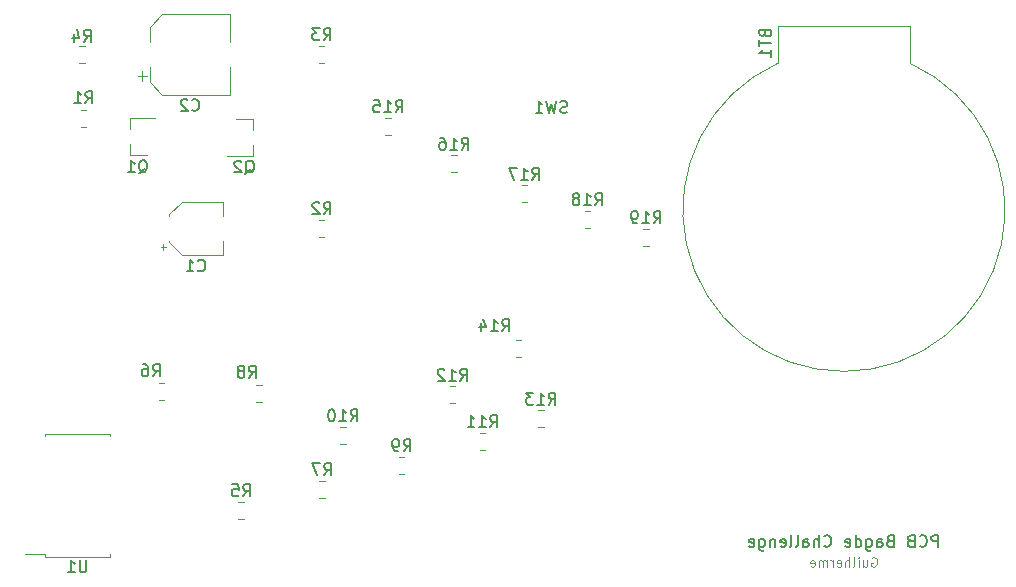
<source format=gbr>
%TF.GenerationSoftware,KiCad,Pcbnew,5.1.9-1.fc33*%
%TF.CreationDate,2021-01-27T11:43:12-03:00*%
%TF.ProjectId,santas_sequencer,73616e74-6173-45f7-9365-7175656e6365,rev?*%
%TF.SameCoordinates,Original*%
%TF.FileFunction,Legend,Bot*%
%TF.FilePolarity,Positive*%
%FSLAX46Y46*%
G04 Gerber Fmt 4.6, Leading zero omitted, Abs format (unit mm)*
G04 Created by KiCad (PCBNEW 5.1.9-1.fc33) date 2021-01-27 11:43:12*
%MOMM*%
%LPD*%
G01*
G04 APERTURE LIST*
%ADD10C,0.100000*%
%ADD11C,0.150000*%
%ADD12C,0.120000*%
G04 APERTURE END LIST*
D10*
X178380952Y-129350000D02*
X178457142Y-129311904D01*
X178571428Y-129311904D01*
X178685714Y-129350000D01*
X178761904Y-129426190D01*
X178800000Y-129502380D01*
X178838095Y-129654761D01*
X178838095Y-129769047D01*
X178800000Y-129921428D01*
X178761904Y-129997619D01*
X178685714Y-130073809D01*
X178571428Y-130111904D01*
X178495238Y-130111904D01*
X178380952Y-130073809D01*
X178342857Y-130035714D01*
X178342857Y-129769047D01*
X178495238Y-129769047D01*
X177657142Y-129578571D02*
X177657142Y-130111904D01*
X178000000Y-129578571D02*
X178000000Y-129997619D01*
X177961904Y-130073809D01*
X177885714Y-130111904D01*
X177771428Y-130111904D01*
X177695238Y-130073809D01*
X177657142Y-130035714D01*
X177276190Y-130111904D02*
X177276190Y-129578571D01*
X177276190Y-129311904D02*
X177314285Y-129350000D01*
X177276190Y-129388095D01*
X177238095Y-129350000D01*
X177276190Y-129311904D01*
X177276190Y-129388095D01*
X176780952Y-130111904D02*
X176857142Y-130073809D01*
X176895238Y-129997619D01*
X176895238Y-129311904D01*
X176476190Y-130111904D02*
X176476190Y-129311904D01*
X176133333Y-130111904D02*
X176133333Y-129692857D01*
X176171428Y-129616666D01*
X176247619Y-129578571D01*
X176361904Y-129578571D01*
X176438095Y-129616666D01*
X176476190Y-129654761D01*
X175447619Y-130073809D02*
X175523809Y-130111904D01*
X175676190Y-130111904D01*
X175752380Y-130073809D01*
X175790476Y-129997619D01*
X175790476Y-129692857D01*
X175752380Y-129616666D01*
X175676190Y-129578571D01*
X175523809Y-129578571D01*
X175447619Y-129616666D01*
X175409523Y-129692857D01*
X175409523Y-129769047D01*
X175790476Y-129845238D01*
X175066666Y-130111904D02*
X175066666Y-129578571D01*
X175066666Y-129730952D02*
X175028571Y-129654761D01*
X174990476Y-129616666D01*
X174914285Y-129578571D01*
X174838095Y-129578571D01*
X174571428Y-130111904D02*
X174571428Y-129578571D01*
X174571428Y-129654761D02*
X174533333Y-129616666D01*
X174457142Y-129578571D01*
X174342857Y-129578571D01*
X174266666Y-129616666D01*
X174228571Y-129692857D01*
X174228571Y-130111904D01*
X174228571Y-129692857D02*
X174190476Y-129616666D01*
X174114285Y-129578571D01*
X174000000Y-129578571D01*
X173923809Y-129616666D01*
X173885714Y-129692857D01*
X173885714Y-130111904D01*
X173200000Y-130073809D02*
X173276190Y-130111904D01*
X173428571Y-130111904D01*
X173504761Y-130073809D01*
X173542857Y-129997619D01*
X173542857Y-129692857D01*
X173504761Y-129616666D01*
X173428571Y-129578571D01*
X173276190Y-129578571D01*
X173200000Y-129616666D01*
X173161904Y-129692857D01*
X173161904Y-129769047D01*
X173542857Y-129845238D01*
D11*
X184000000Y-128452380D02*
X184000000Y-127452380D01*
X183619047Y-127452380D01*
X183523809Y-127500000D01*
X183476190Y-127547619D01*
X183428571Y-127642857D01*
X183428571Y-127785714D01*
X183476190Y-127880952D01*
X183523809Y-127928571D01*
X183619047Y-127976190D01*
X184000000Y-127976190D01*
X182428571Y-128357142D02*
X182476190Y-128404761D01*
X182619047Y-128452380D01*
X182714285Y-128452380D01*
X182857142Y-128404761D01*
X182952380Y-128309523D01*
X183000000Y-128214285D01*
X183047619Y-128023809D01*
X183047619Y-127880952D01*
X183000000Y-127690476D01*
X182952380Y-127595238D01*
X182857142Y-127500000D01*
X182714285Y-127452380D01*
X182619047Y-127452380D01*
X182476190Y-127500000D01*
X182428571Y-127547619D01*
X181666666Y-127928571D02*
X181523809Y-127976190D01*
X181476190Y-128023809D01*
X181428571Y-128119047D01*
X181428571Y-128261904D01*
X181476190Y-128357142D01*
X181523809Y-128404761D01*
X181619047Y-128452380D01*
X182000000Y-128452380D01*
X182000000Y-127452380D01*
X181666666Y-127452380D01*
X181571428Y-127500000D01*
X181523809Y-127547619D01*
X181476190Y-127642857D01*
X181476190Y-127738095D01*
X181523809Y-127833333D01*
X181571428Y-127880952D01*
X181666666Y-127928571D01*
X182000000Y-127928571D01*
X179904761Y-127928571D02*
X179761904Y-127976190D01*
X179714285Y-128023809D01*
X179666666Y-128119047D01*
X179666666Y-128261904D01*
X179714285Y-128357142D01*
X179761904Y-128404761D01*
X179857142Y-128452380D01*
X180238095Y-128452380D01*
X180238095Y-127452380D01*
X179904761Y-127452380D01*
X179809523Y-127500000D01*
X179761904Y-127547619D01*
X179714285Y-127642857D01*
X179714285Y-127738095D01*
X179761904Y-127833333D01*
X179809523Y-127880952D01*
X179904761Y-127928571D01*
X180238095Y-127928571D01*
X178809523Y-128452380D02*
X178809523Y-127928571D01*
X178857142Y-127833333D01*
X178952380Y-127785714D01*
X179142857Y-127785714D01*
X179238095Y-127833333D01*
X178809523Y-128404761D02*
X178904761Y-128452380D01*
X179142857Y-128452380D01*
X179238095Y-128404761D01*
X179285714Y-128309523D01*
X179285714Y-128214285D01*
X179238095Y-128119047D01*
X179142857Y-128071428D01*
X178904761Y-128071428D01*
X178809523Y-128023809D01*
X177904761Y-127785714D02*
X177904761Y-128595238D01*
X177952380Y-128690476D01*
X178000000Y-128738095D01*
X178095238Y-128785714D01*
X178238095Y-128785714D01*
X178333333Y-128738095D01*
X177904761Y-128404761D02*
X178000000Y-128452380D01*
X178190476Y-128452380D01*
X178285714Y-128404761D01*
X178333333Y-128357142D01*
X178380952Y-128261904D01*
X178380952Y-127976190D01*
X178333333Y-127880952D01*
X178285714Y-127833333D01*
X178190476Y-127785714D01*
X178000000Y-127785714D01*
X177904761Y-127833333D01*
X177000000Y-128452380D02*
X177000000Y-127452380D01*
X177000000Y-128404761D02*
X177095238Y-128452380D01*
X177285714Y-128452380D01*
X177380952Y-128404761D01*
X177428571Y-128357142D01*
X177476190Y-128261904D01*
X177476190Y-127976190D01*
X177428571Y-127880952D01*
X177380952Y-127833333D01*
X177285714Y-127785714D01*
X177095238Y-127785714D01*
X177000000Y-127833333D01*
X176142857Y-128404761D02*
X176238095Y-128452380D01*
X176428571Y-128452380D01*
X176523809Y-128404761D01*
X176571428Y-128309523D01*
X176571428Y-127928571D01*
X176523809Y-127833333D01*
X176428571Y-127785714D01*
X176238095Y-127785714D01*
X176142857Y-127833333D01*
X176095238Y-127928571D01*
X176095238Y-128023809D01*
X176571428Y-128119047D01*
X174333333Y-128357142D02*
X174380952Y-128404761D01*
X174523809Y-128452380D01*
X174619047Y-128452380D01*
X174761904Y-128404761D01*
X174857142Y-128309523D01*
X174904761Y-128214285D01*
X174952380Y-128023809D01*
X174952380Y-127880952D01*
X174904761Y-127690476D01*
X174857142Y-127595238D01*
X174761904Y-127500000D01*
X174619047Y-127452380D01*
X174523809Y-127452380D01*
X174380952Y-127500000D01*
X174333333Y-127547619D01*
X173904761Y-128452380D02*
X173904761Y-127452380D01*
X173476190Y-128452380D02*
X173476190Y-127928571D01*
X173523809Y-127833333D01*
X173619047Y-127785714D01*
X173761904Y-127785714D01*
X173857142Y-127833333D01*
X173904761Y-127880952D01*
X172571428Y-128452380D02*
X172571428Y-127928571D01*
X172619047Y-127833333D01*
X172714285Y-127785714D01*
X172904761Y-127785714D01*
X173000000Y-127833333D01*
X172571428Y-128404761D02*
X172666666Y-128452380D01*
X172904761Y-128452380D01*
X173000000Y-128404761D01*
X173047619Y-128309523D01*
X173047619Y-128214285D01*
X173000000Y-128119047D01*
X172904761Y-128071428D01*
X172666666Y-128071428D01*
X172571428Y-128023809D01*
X171952380Y-128452380D02*
X172047619Y-128404761D01*
X172095238Y-128309523D01*
X172095238Y-127452380D01*
X171428571Y-128452380D02*
X171523809Y-128404761D01*
X171571428Y-128309523D01*
X171571428Y-127452380D01*
X170666666Y-128404761D02*
X170761904Y-128452380D01*
X170952380Y-128452380D01*
X171047619Y-128404761D01*
X171095238Y-128309523D01*
X171095238Y-127928571D01*
X171047619Y-127833333D01*
X170952380Y-127785714D01*
X170761904Y-127785714D01*
X170666666Y-127833333D01*
X170619047Y-127928571D01*
X170619047Y-128023809D01*
X171095238Y-128119047D01*
X170190476Y-127785714D02*
X170190476Y-128452380D01*
X170190476Y-127880952D02*
X170142857Y-127833333D01*
X170047619Y-127785714D01*
X169904761Y-127785714D01*
X169809523Y-127833333D01*
X169761904Y-127928571D01*
X169761904Y-128452380D01*
X168857142Y-127785714D02*
X168857142Y-128595238D01*
X168904761Y-128690476D01*
X168952380Y-128738095D01*
X169047619Y-128785714D01*
X169190476Y-128785714D01*
X169285714Y-128738095D01*
X168857142Y-128404761D02*
X168952380Y-128452380D01*
X169142857Y-128452380D01*
X169238095Y-128404761D01*
X169285714Y-128357142D01*
X169333333Y-128261904D01*
X169333333Y-127976190D01*
X169285714Y-127880952D01*
X169238095Y-127833333D01*
X169142857Y-127785714D01*
X168952380Y-127785714D01*
X168857142Y-127833333D01*
X168000000Y-128404761D02*
X168095238Y-128452380D01*
X168285714Y-128452380D01*
X168380952Y-128404761D01*
X168428571Y-128309523D01*
X168428571Y-127928571D01*
X168380952Y-127833333D01*
X168285714Y-127785714D01*
X168095238Y-127785714D01*
X168000000Y-127833333D01*
X167952380Y-127928571D01*
X167952380Y-128023809D01*
X168428571Y-128119047D01*
D12*
X118408000Y-103283000D02*
X118408000Y-102783000D01*
X118158000Y-103033000D02*
X118658000Y-103033000D01*
X118898000Y-100277437D02*
X119962437Y-99213000D01*
X118898000Y-102668563D02*
X119962437Y-103733000D01*
X118898000Y-102668563D02*
X118898000Y-102533000D01*
X118898000Y-100277437D02*
X118898000Y-100413000D01*
X119962437Y-99213000D02*
X123418000Y-99213000D01*
X119962437Y-103733000D02*
X123418000Y-103733000D01*
X123418000Y-103733000D02*
X123418000Y-102533000D01*
X123418000Y-99213000D02*
X123418000Y-100413000D01*
X124060000Y-83331000D02*
X124060000Y-85681000D01*
X124060000Y-90151000D02*
X124060000Y-87801000D01*
X118304437Y-90151000D02*
X124060000Y-90151000D01*
X118304437Y-83331000D02*
X124060000Y-83331000D01*
X117240000Y-84395437D02*
X117240000Y-85681000D01*
X117240000Y-89086563D02*
X117240000Y-87801000D01*
X117240000Y-89086563D02*
X118304437Y-90151000D01*
X117240000Y-84395437D02*
X118304437Y-83331000D01*
X116212500Y-88588500D02*
X117000000Y-88588500D01*
X116606250Y-88982250D02*
X116606250Y-88194750D01*
X111421936Y-92937000D02*
X111876064Y-92937000D01*
X111421936Y-91467000D02*
X111876064Y-91467000D01*
X108365000Y-129084000D02*
X106675000Y-129084000D01*
X108365000Y-129289000D02*
X108365000Y-129084000D01*
X111125000Y-129289000D02*
X108365000Y-129289000D01*
X113885000Y-129289000D02*
X113885000Y-129084000D01*
X111125000Y-129289000D02*
X113885000Y-129289000D01*
X108365000Y-118869000D02*
X108365000Y-119074000D01*
X111125000Y-118869000D02*
X108365000Y-118869000D01*
X113885000Y-118869000D02*
X113885000Y-119074000D01*
X111125000Y-118869000D02*
X113885000Y-118869000D01*
X159501064Y-102970000D02*
X159046936Y-102970000D01*
X159501064Y-101500000D02*
X159046936Y-101500000D01*
X154548064Y-101446000D02*
X154093936Y-101446000D01*
X154548064Y-99976000D02*
X154093936Y-99976000D01*
X149198064Y-99287000D02*
X148743936Y-99287000D01*
X149198064Y-97817000D02*
X148743936Y-97817000D01*
X143229064Y-96747000D02*
X142774936Y-96747000D01*
X143229064Y-95277000D02*
X142774936Y-95277000D01*
X137641064Y-93572000D02*
X137186936Y-93572000D01*
X137641064Y-92102000D02*
X137186936Y-92102000D01*
X148706064Y-112368000D02*
X148251936Y-112368000D01*
X148706064Y-110898000D02*
X148251936Y-110898000D01*
X150595064Y-118337000D02*
X150140936Y-118337000D01*
X150595064Y-116867000D02*
X150140936Y-116867000D01*
X143118064Y-116305000D02*
X142663936Y-116305000D01*
X143118064Y-114835000D02*
X142663936Y-114835000D01*
X145642064Y-120242000D02*
X145187936Y-120242000D01*
X145642064Y-118772000D02*
X145187936Y-118772000D01*
X133831064Y-119734000D02*
X133376936Y-119734000D01*
X133831064Y-118264000D02*
X133376936Y-118264000D01*
X138800064Y-122274000D02*
X138345936Y-122274000D01*
X138800064Y-120804000D02*
X138345936Y-120804000D01*
X126735064Y-116178000D02*
X126280936Y-116178000D01*
X126735064Y-114708000D02*
X126280936Y-114708000D01*
X132069064Y-124306000D02*
X131614936Y-124306000D01*
X132069064Y-122836000D02*
X131614936Y-122836000D01*
X118464064Y-116051000D02*
X118009936Y-116051000D01*
X118464064Y-114581000D02*
X118009936Y-114581000D01*
X125211064Y-126084000D02*
X124756936Y-126084000D01*
X125211064Y-124614000D02*
X124756936Y-124614000D01*
X111278936Y-86006000D02*
X111733064Y-86006000D01*
X111278936Y-87476000D02*
X111733064Y-87476000D01*
X132037064Y-87476000D02*
X131582936Y-87476000D01*
X132037064Y-86006000D02*
X131582936Y-86006000D01*
X132037064Y-102208000D02*
X131582936Y-102208000D01*
X132037064Y-100738000D02*
X131582936Y-100738000D01*
X125982000Y-92207000D02*
X124522000Y-92207000D01*
X125982000Y-95367000D02*
X123822000Y-95367000D01*
X125982000Y-95367000D02*
X125982000Y-94437000D01*
X125982000Y-92207000D02*
X125982000Y-93137000D01*
X115572000Y-95306000D02*
X117032000Y-95306000D01*
X115572000Y-92146000D02*
X117732000Y-92146000D01*
X115572000Y-92146000D02*
X115572000Y-93076000D01*
X115572000Y-95306000D02*
X115572000Y-94376000D01*
X181632000Y-87509000D02*
X181632000Y-84334000D01*
X181632000Y-84334000D02*
X170412000Y-84334000D01*
X170412000Y-84334000D02*
X170412000Y-87509000D01*
X181632000Y-87509000D02*
G75*
G02*
X170412000Y-87509000I-5610000J-12435000D01*
G01*
D11*
X121324666Y-105030142D02*
X121372285Y-105077761D01*
X121515142Y-105125380D01*
X121610380Y-105125380D01*
X121753238Y-105077761D01*
X121848476Y-104982523D01*
X121896095Y-104887285D01*
X121943714Y-104696809D01*
X121943714Y-104553952D01*
X121896095Y-104363476D01*
X121848476Y-104268238D01*
X121753238Y-104173000D01*
X121610380Y-104125380D01*
X121515142Y-104125380D01*
X121372285Y-104173000D01*
X121324666Y-104220619D01*
X120372285Y-105125380D02*
X120943714Y-105125380D01*
X120658000Y-105125380D02*
X120658000Y-104125380D01*
X120753238Y-104268238D01*
X120848476Y-104363476D01*
X120943714Y-104411095D01*
X120816666Y-91448142D02*
X120864285Y-91495761D01*
X121007142Y-91543380D01*
X121102380Y-91543380D01*
X121245238Y-91495761D01*
X121340476Y-91400523D01*
X121388095Y-91305285D01*
X121435714Y-91114809D01*
X121435714Y-90971952D01*
X121388095Y-90781476D01*
X121340476Y-90686238D01*
X121245238Y-90591000D01*
X121102380Y-90543380D01*
X121007142Y-90543380D01*
X120864285Y-90591000D01*
X120816666Y-90638619D01*
X120435714Y-90638619D02*
X120388095Y-90591000D01*
X120292857Y-90543380D01*
X120054761Y-90543380D01*
X119959523Y-90591000D01*
X119911904Y-90638619D01*
X119864285Y-90733857D01*
X119864285Y-90829095D01*
X119911904Y-90971952D01*
X120483333Y-91543380D01*
X119864285Y-91543380D01*
X152583333Y-91654761D02*
X152440476Y-91702380D01*
X152202380Y-91702380D01*
X152107142Y-91654761D01*
X152059523Y-91607142D01*
X152011904Y-91511904D01*
X152011904Y-91416666D01*
X152059523Y-91321428D01*
X152107142Y-91273809D01*
X152202380Y-91226190D01*
X152392857Y-91178571D01*
X152488095Y-91130952D01*
X152535714Y-91083333D01*
X152583333Y-90988095D01*
X152583333Y-90892857D01*
X152535714Y-90797619D01*
X152488095Y-90750000D01*
X152392857Y-90702380D01*
X152154761Y-90702380D01*
X152011904Y-90750000D01*
X151678571Y-90702380D02*
X151440476Y-91702380D01*
X151250000Y-90988095D01*
X151059523Y-91702380D01*
X150821428Y-90702380D01*
X149916666Y-91702380D02*
X150488095Y-91702380D01*
X150202380Y-91702380D02*
X150202380Y-90702380D01*
X150297619Y-90845238D01*
X150392857Y-90940476D01*
X150488095Y-90988095D01*
X111799666Y-90876380D02*
X112133000Y-90400190D01*
X112371095Y-90876380D02*
X112371095Y-89876380D01*
X111990142Y-89876380D01*
X111894904Y-89924000D01*
X111847285Y-89971619D01*
X111799666Y-90066857D01*
X111799666Y-90209714D01*
X111847285Y-90304952D01*
X111894904Y-90352571D01*
X111990142Y-90400190D01*
X112371095Y-90400190D01*
X110847285Y-90876380D02*
X111418714Y-90876380D01*
X111133000Y-90876380D02*
X111133000Y-89876380D01*
X111228238Y-90019238D01*
X111323476Y-90114476D01*
X111418714Y-90162095D01*
X111886904Y-129581380D02*
X111886904Y-130390904D01*
X111839285Y-130486142D01*
X111791666Y-130533761D01*
X111696428Y-130581380D01*
X111505952Y-130581380D01*
X111410714Y-130533761D01*
X111363095Y-130486142D01*
X111315476Y-130390904D01*
X111315476Y-129581380D01*
X110315476Y-130581380D02*
X110886904Y-130581380D01*
X110601190Y-130581380D02*
X110601190Y-129581380D01*
X110696428Y-129724238D01*
X110791666Y-129819476D01*
X110886904Y-129867095D01*
X159916857Y-101037380D02*
X160250190Y-100561190D01*
X160488285Y-101037380D02*
X160488285Y-100037380D01*
X160107333Y-100037380D01*
X160012095Y-100085000D01*
X159964476Y-100132619D01*
X159916857Y-100227857D01*
X159916857Y-100370714D01*
X159964476Y-100465952D01*
X160012095Y-100513571D01*
X160107333Y-100561190D01*
X160488285Y-100561190D01*
X158964476Y-101037380D02*
X159535904Y-101037380D01*
X159250190Y-101037380D02*
X159250190Y-100037380D01*
X159345428Y-100180238D01*
X159440666Y-100275476D01*
X159535904Y-100323095D01*
X158488285Y-101037380D02*
X158297809Y-101037380D01*
X158202571Y-100989761D01*
X158154952Y-100942142D01*
X158059714Y-100799285D01*
X158012095Y-100608809D01*
X158012095Y-100227857D01*
X158059714Y-100132619D01*
X158107333Y-100085000D01*
X158202571Y-100037380D01*
X158393047Y-100037380D01*
X158488285Y-100085000D01*
X158535904Y-100132619D01*
X158583523Y-100227857D01*
X158583523Y-100465952D01*
X158535904Y-100561190D01*
X158488285Y-100608809D01*
X158393047Y-100656428D01*
X158202571Y-100656428D01*
X158107333Y-100608809D01*
X158059714Y-100561190D01*
X158012095Y-100465952D01*
X154963857Y-99513380D02*
X155297190Y-99037190D01*
X155535285Y-99513380D02*
X155535285Y-98513380D01*
X155154333Y-98513380D01*
X155059095Y-98561000D01*
X155011476Y-98608619D01*
X154963857Y-98703857D01*
X154963857Y-98846714D01*
X155011476Y-98941952D01*
X155059095Y-98989571D01*
X155154333Y-99037190D01*
X155535285Y-99037190D01*
X154011476Y-99513380D02*
X154582904Y-99513380D01*
X154297190Y-99513380D02*
X154297190Y-98513380D01*
X154392428Y-98656238D01*
X154487666Y-98751476D01*
X154582904Y-98799095D01*
X153440047Y-98941952D02*
X153535285Y-98894333D01*
X153582904Y-98846714D01*
X153630523Y-98751476D01*
X153630523Y-98703857D01*
X153582904Y-98608619D01*
X153535285Y-98561000D01*
X153440047Y-98513380D01*
X153249571Y-98513380D01*
X153154333Y-98561000D01*
X153106714Y-98608619D01*
X153059095Y-98703857D01*
X153059095Y-98751476D01*
X153106714Y-98846714D01*
X153154333Y-98894333D01*
X153249571Y-98941952D01*
X153440047Y-98941952D01*
X153535285Y-98989571D01*
X153582904Y-99037190D01*
X153630523Y-99132428D01*
X153630523Y-99322904D01*
X153582904Y-99418142D01*
X153535285Y-99465761D01*
X153440047Y-99513380D01*
X153249571Y-99513380D01*
X153154333Y-99465761D01*
X153106714Y-99418142D01*
X153059095Y-99322904D01*
X153059095Y-99132428D01*
X153106714Y-99037190D01*
X153154333Y-98989571D01*
X153249571Y-98941952D01*
X149613857Y-97354380D02*
X149947190Y-96878190D01*
X150185285Y-97354380D02*
X150185285Y-96354380D01*
X149804333Y-96354380D01*
X149709095Y-96402000D01*
X149661476Y-96449619D01*
X149613857Y-96544857D01*
X149613857Y-96687714D01*
X149661476Y-96782952D01*
X149709095Y-96830571D01*
X149804333Y-96878190D01*
X150185285Y-96878190D01*
X148661476Y-97354380D02*
X149232904Y-97354380D01*
X148947190Y-97354380D02*
X148947190Y-96354380D01*
X149042428Y-96497238D01*
X149137666Y-96592476D01*
X149232904Y-96640095D01*
X148328142Y-96354380D02*
X147661476Y-96354380D01*
X148090047Y-97354380D01*
X143644857Y-94814380D02*
X143978190Y-94338190D01*
X144216285Y-94814380D02*
X144216285Y-93814380D01*
X143835333Y-93814380D01*
X143740095Y-93862000D01*
X143692476Y-93909619D01*
X143644857Y-94004857D01*
X143644857Y-94147714D01*
X143692476Y-94242952D01*
X143740095Y-94290571D01*
X143835333Y-94338190D01*
X144216285Y-94338190D01*
X142692476Y-94814380D02*
X143263904Y-94814380D01*
X142978190Y-94814380D02*
X142978190Y-93814380D01*
X143073428Y-93957238D01*
X143168666Y-94052476D01*
X143263904Y-94100095D01*
X141835333Y-93814380D02*
X142025809Y-93814380D01*
X142121047Y-93862000D01*
X142168666Y-93909619D01*
X142263904Y-94052476D01*
X142311523Y-94242952D01*
X142311523Y-94623904D01*
X142263904Y-94719142D01*
X142216285Y-94766761D01*
X142121047Y-94814380D01*
X141930571Y-94814380D01*
X141835333Y-94766761D01*
X141787714Y-94719142D01*
X141740095Y-94623904D01*
X141740095Y-94385809D01*
X141787714Y-94290571D01*
X141835333Y-94242952D01*
X141930571Y-94195333D01*
X142121047Y-94195333D01*
X142216285Y-94242952D01*
X142263904Y-94290571D01*
X142311523Y-94385809D01*
X138056857Y-91639380D02*
X138390190Y-91163190D01*
X138628285Y-91639380D02*
X138628285Y-90639380D01*
X138247333Y-90639380D01*
X138152095Y-90687000D01*
X138104476Y-90734619D01*
X138056857Y-90829857D01*
X138056857Y-90972714D01*
X138104476Y-91067952D01*
X138152095Y-91115571D01*
X138247333Y-91163190D01*
X138628285Y-91163190D01*
X137104476Y-91639380D02*
X137675904Y-91639380D01*
X137390190Y-91639380D02*
X137390190Y-90639380D01*
X137485428Y-90782238D01*
X137580666Y-90877476D01*
X137675904Y-90925095D01*
X136199714Y-90639380D02*
X136675904Y-90639380D01*
X136723523Y-91115571D01*
X136675904Y-91067952D01*
X136580666Y-91020333D01*
X136342571Y-91020333D01*
X136247333Y-91067952D01*
X136199714Y-91115571D01*
X136152095Y-91210809D01*
X136152095Y-91448904D01*
X136199714Y-91544142D01*
X136247333Y-91591761D01*
X136342571Y-91639380D01*
X136580666Y-91639380D01*
X136675904Y-91591761D01*
X136723523Y-91544142D01*
X147073857Y-110180380D02*
X147407190Y-109704190D01*
X147645285Y-110180380D02*
X147645285Y-109180380D01*
X147264333Y-109180380D01*
X147169095Y-109228000D01*
X147121476Y-109275619D01*
X147073857Y-109370857D01*
X147073857Y-109513714D01*
X147121476Y-109608952D01*
X147169095Y-109656571D01*
X147264333Y-109704190D01*
X147645285Y-109704190D01*
X146121476Y-110180380D02*
X146692904Y-110180380D01*
X146407190Y-110180380D02*
X146407190Y-109180380D01*
X146502428Y-109323238D01*
X146597666Y-109418476D01*
X146692904Y-109466095D01*
X145264333Y-109513714D02*
X145264333Y-110180380D01*
X145502428Y-109132761D02*
X145740523Y-109847047D01*
X145121476Y-109847047D01*
X151010857Y-116404380D02*
X151344190Y-115928190D01*
X151582285Y-116404380D02*
X151582285Y-115404380D01*
X151201333Y-115404380D01*
X151106095Y-115452000D01*
X151058476Y-115499619D01*
X151010857Y-115594857D01*
X151010857Y-115737714D01*
X151058476Y-115832952D01*
X151106095Y-115880571D01*
X151201333Y-115928190D01*
X151582285Y-115928190D01*
X150058476Y-116404380D02*
X150629904Y-116404380D01*
X150344190Y-116404380D02*
X150344190Y-115404380D01*
X150439428Y-115547238D01*
X150534666Y-115642476D01*
X150629904Y-115690095D01*
X149725142Y-115404380D02*
X149106095Y-115404380D01*
X149439428Y-115785333D01*
X149296571Y-115785333D01*
X149201333Y-115832952D01*
X149153714Y-115880571D01*
X149106095Y-115975809D01*
X149106095Y-116213904D01*
X149153714Y-116309142D01*
X149201333Y-116356761D01*
X149296571Y-116404380D01*
X149582285Y-116404380D01*
X149677523Y-116356761D01*
X149725142Y-116309142D01*
X143533857Y-114372380D02*
X143867190Y-113896190D01*
X144105285Y-114372380D02*
X144105285Y-113372380D01*
X143724333Y-113372380D01*
X143629095Y-113420000D01*
X143581476Y-113467619D01*
X143533857Y-113562857D01*
X143533857Y-113705714D01*
X143581476Y-113800952D01*
X143629095Y-113848571D01*
X143724333Y-113896190D01*
X144105285Y-113896190D01*
X142581476Y-114372380D02*
X143152904Y-114372380D01*
X142867190Y-114372380D02*
X142867190Y-113372380D01*
X142962428Y-113515238D01*
X143057666Y-113610476D01*
X143152904Y-113658095D01*
X142200523Y-113467619D02*
X142152904Y-113420000D01*
X142057666Y-113372380D01*
X141819571Y-113372380D01*
X141724333Y-113420000D01*
X141676714Y-113467619D01*
X141629095Y-113562857D01*
X141629095Y-113658095D01*
X141676714Y-113800952D01*
X142248142Y-114372380D01*
X141629095Y-114372380D01*
X146057857Y-118309380D02*
X146391190Y-117833190D01*
X146629285Y-118309380D02*
X146629285Y-117309380D01*
X146248333Y-117309380D01*
X146153095Y-117357000D01*
X146105476Y-117404619D01*
X146057857Y-117499857D01*
X146057857Y-117642714D01*
X146105476Y-117737952D01*
X146153095Y-117785571D01*
X146248333Y-117833190D01*
X146629285Y-117833190D01*
X145105476Y-118309380D02*
X145676904Y-118309380D01*
X145391190Y-118309380D02*
X145391190Y-117309380D01*
X145486428Y-117452238D01*
X145581666Y-117547476D01*
X145676904Y-117595095D01*
X144153095Y-118309380D02*
X144724523Y-118309380D01*
X144438809Y-118309380D02*
X144438809Y-117309380D01*
X144534047Y-117452238D01*
X144629285Y-117547476D01*
X144724523Y-117595095D01*
X134246857Y-117801380D02*
X134580190Y-117325190D01*
X134818285Y-117801380D02*
X134818285Y-116801380D01*
X134437333Y-116801380D01*
X134342095Y-116849000D01*
X134294476Y-116896619D01*
X134246857Y-116991857D01*
X134246857Y-117134714D01*
X134294476Y-117229952D01*
X134342095Y-117277571D01*
X134437333Y-117325190D01*
X134818285Y-117325190D01*
X133294476Y-117801380D02*
X133865904Y-117801380D01*
X133580190Y-117801380D02*
X133580190Y-116801380D01*
X133675428Y-116944238D01*
X133770666Y-117039476D01*
X133865904Y-117087095D01*
X132675428Y-116801380D02*
X132580190Y-116801380D01*
X132484952Y-116849000D01*
X132437333Y-116896619D01*
X132389714Y-116991857D01*
X132342095Y-117182333D01*
X132342095Y-117420428D01*
X132389714Y-117610904D01*
X132437333Y-117706142D01*
X132484952Y-117753761D01*
X132580190Y-117801380D01*
X132675428Y-117801380D01*
X132770666Y-117753761D01*
X132818285Y-117706142D01*
X132865904Y-117610904D01*
X132913523Y-117420428D01*
X132913523Y-117182333D01*
X132865904Y-116991857D01*
X132818285Y-116896619D01*
X132770666Y-116849000D01*
X132675428Y-116801380D01*
X138739666Y-120341380D02*
X139073000Y-119865190D01*
X139311095Y-120341380D02*
X139311095Y-119341380D01*
X138930142Y-119341380D01*
X138834904Y-119389000D01*
X138787285Y-119436619D01*
X138739666Y-119531857D01*
X138739666Y-119674714D01*
X138787285Y-119769952D01*
X138834904Y-119817571D01*
X138930142Y-119865190D01*
X139311095Y-119865190D01*
X138263476Y-120341380D02*
X138073000Y-120341380D01*
X137977761Y-120293761D01*
X137930142Y-120246142D01*
X137834904Y-120103285D01*
X137787285Y-119912809D01*
X137787285Y-119531857D01*
X137834904Y-119436619D01*
X137882523Y-119389000D01*
X137977761Y-119341380D01*
X138168238Y-119341380D01*
X138263476Y-119389000D01*
X138311095Y-119436619D01*
X138358714Y-119531857D01*
X138358714Y-119769952D01*
X138311095Y-119865190D01*
X138263476Y-119912809D01*
X138168238Y-119960428D01*
X137977761Y-119960428D01*
X137882523Y-119912809D01*
X137834904Y-119865190D01*
X137787285Y-119769952D01*
X125642666Y-114117380D02*
X125976000Y-113641190D01*
X126214095Y-114117380D02*
X126214095Y-113117380D01*
X125833142Y-113117380D01*
X125737904Y-113165000D01*
X125690285Y-113212619D01*
X125642666Y-113307857D01*
X125642666Y-113450714D01*
X125690285Y-113545952D01*
X125737904Y-113593571D01*
X125833142Y-113641190D01*
X126214095Y-113641190D01*
X125071238Y-113545952D02*
X125166476Y-113498333D01*
X125214095Y-113450714D01*
X125261714Y-113355476D01*
X125261714Y-113307857D01*
X125214095Y-113212619D01*
X125166476Y-113165000D01*
X125071238Y-113117380D01*
X124880761Y-113117380D01*
X124785523Y-113165000D01*
X124737904Y-113212619D01*
X124690285Y-113307857D01*
X124690285Y-113355476D01*
X124737904Y-113450714D01*
X124785523Y-113498333D01*
X124880761Y-113545952D01*
X125071238Y-113545952D01*
X125166476Y-113593571D01*
X125214095Y-113641190D01*
X125261714Y-113736428D01*
X125261714Y-113926904D01*
X125214095Y-114022142D01*
X125166476Y-114069761D01*
X125071238Y-114117380D01*
X124880761Y-114117380D01*
X124785523Y-114069761D01*
X124737904Y-114022142D01*
X124690285Y-113926904D01*
X124690285Y-113736428D01*
X124737904Y-113641190D01*
X124785523Y-113593571D01*
X124880761Y-113545952D01*
X132008666Y-122373380D02*
X132342000Y-121897190D01*
X132580095Y-122373380D02*
X132580095Y-121373380D01*
X132199142Y-121373380D01*
X132103904Y-121421000D01*
X132056285Y-121468619D01*
X132008666Y-121563857D01*
X132008666Y-121706714D01*
X132056285Y-121801952D01*
X132103904Y-121849571D01*
X132199142Y-121897190D01*
X132580095Y-121897190D01*
X131675333Y-121373380D02*
X131008666Y-121373380D01*
X131437238Y-122373380D01*
X117514666Y-113990380D02*
X117848000Y-113514190D01*
X118086095Y-113990380D02*
X118086095Y-112990380D01*
X117705142Y-112990380D01*
X117609904Y-113038000D01*
X117562285Y-113085619D01*
X117514666Y-113180857D01*
X117514666Y-113323714D01*
X117562285Y-113418952D01*
X117609904Y-113466571D01*
X117705142Y-113514190D01*
X118086095Y-113514190D01*
X116657523Y-112990380D02*
X116848000Y-112990380D01*
X116943238Y-113038000D01*
X116990857Y-113085619D01*
X117086095Y-113228476D01*
X117133714Y-113418952D01*
X117133714Y-113799904D01*
X117086095Y-113895142D01*
X117038476Y-113942761D01*
X116943238Y-113990380D01*
X116752761Y-113990380D01*
X116657523Y-113942761D01*
X116609904Y-113895142D01*
X116562285Y-113799904D01*
X116562285Y-113561809D01*
X116609904Y-113466571D01*
X116657523Y-113418952D01*
X116752761Y-113371333D01*
X116943238Y-113371333D01*
X117038476Y-113418952D01*
X117086095Y-113466571D01*
X117133714Y-113561809D01*
X125150666Y-124151380D02*
X125484000Y-123675190D01*
X125722095Y-124151380D02*
X125722095Y-123151380D01*
X125341142Y-123151380D01*
X125245904Y-123199000D01*
X125198285Y-123246619D01*
X125150666Y-123341857D01*
X125150666Y-123484714D01*
X125198285Y-123579952D01*
X125245904Y-123627571D01*
X125341142Y-123675190D01*
X125722095Y-123675190D01*
X124245904Y-123151380D02*
X124722095Y-123151380D01*
X124769714Y-123627571D01*
X124722095Y-123579952D01*
X124626857Y-123532333D01*
X124388761Y-123532333D01*
X124293523Y-123579952D01*
X124245904Y-123627571D01*
X124198285Y-123722809D01*
X124198285Y-123960904D01*
X124245904Y-124056142D01*
X124293523Y-124103761D01*
X124388761Y-124151380D01*
X124626857Y-124151380D01*
X124722095Y-124103761D01*
X124769714Y-124056142D01*
X111672666Y-85669380D02*
X112006000Y-85193190D01*
X112244095Y-85669380D02*
X112244095Y-84669380D01*
X111863142Y-84669380D01*
X111767904Y-84717000D01*
X111720285Y-84764619D01*
X111672666Y-84859857D01*
X111672666Y-85002714D01*
X111720285Y-85097952D01*
X111767904Y-85145571D01*
X111863142Y-85193190D01*
X112244095Y-85193190D01*
X110815523Y-85002714D02*
X110815523Y-85669380D01*
X111053619Y-84621761D02*
X111291714Y-85336047D01*
X110672666Y-85336047D01*
X131976666Y-85543380D02*
X132310000Y-85067190D01*
X132548095Y-85543380D02*
X132548095Y-84543380D01*
X132167142Y-84543380D01*
X132071904Y-84591000D01*
X132024285Y-84638619D01*
X131976666Y-84733857D01*
X131976666Y-84876714D01*
X132024285Y-84971952D01*
X132071904Y-85019571D01*
X132167142Y-85067190D01*
X132548095Y-85067190D01*
X131643333Y-84543380D02*
X131024285Y-84543380D01*
X131357619Y-84924333D01*
X131214761Y-84924333D01*
X131119523Y-84971952D01*
X131071904Y-85019571D01*
X131024285Y-85114809D01*
X131024285Y-85352904D01*
X131071904Y-85448142D01*
X131119523Y-85495761D01*
X131214761Y-85543380D01*
X131500476Y-85543380D01*
X131595714Y-85495761D01*
X131643333Y-85448142D01*
X131976666Y-100275380D02*
X132310000Y-99799190D01*
X132548095Y-100275380D02*
X132548095Y-99275380D01*
X132167142Y-99275380D01*
X132071904Y-99323000D01*
X132024285Y-99370619D01*
X131976666Y-99465857D01*
X131976666Y-99608714D01*
X132024285Y-99703952D01*
X132071904Y-99751571D01*
X132167142Y-99799190D01*
X132548095Y-99799190D01*
X131595714Y-99370619D02*
X131548095Y-99323000D01*
X131452857Y-99275380D01*
X131214761Y-99275380D01*
X131119523Y-99323000D01*
X131071904Y-99370619D01*
X131024285Y-99465857D01*
X131024285Y-99561095D01*
X131071904Y-99703952D01*
X131643333Y-100275380D01*
X131024285Y-100275380D01*
X125317238Y-96834619D02*
X125412476Y-96787000D01*
X125507714Y-96691761D01*
X125650571Y-96548904D01*
X125745809Y-96501285D01*
X125841047Y-96501285D01*
X125793428Y-96739380D02*
X125888666Y-96691761D01*
X125983904Y-96596523D01*
X126031523Y-96406047D01*
X126031523Y-96072714D01*
X125983904Y-95882238D01*
X125888666Y-95787000D01*
X125793428Y-95739380D01*
X125602952Y-95739380D01*
X125507714Y-95787000D01*
X125412476Y-95882238D01*
X125364857Y-96072714D01*
X125364857Y-96406047D01*
X125412476Y-96596523D01*
X125507714Y-96691761D01*
X125602952Y-96739380D01*
X125793428Y-96739380D01*
X124983904Y-95834619D02*
X124936285Y-95787000D01*
X124841047Y-95739380D01*
X124602952Y-95739380D01*
X124507714Y-95787000D01*
X124460095Y-95834619D01*
X124412476Y-95929857D01*
X124412476Y-96025095D01*
X124460095Y-96167952D01*
X125031523Y-96739380D01*
X124412476Y-96739380D01*
X116300238Y-96813619D02*
X116395476Y-96766000D01*
X116490714Y-96670761D01*
X116633571Y-96527904D01*
X116728809Y-96480285D01*
X116824047Y-96480285D01*
X116776428Y-96718380D02*
X116871666Y-96670761D01*
X116966904Y-96575523D01*
X117014523Y-96385047D01*
X117014523Y-96051714D01*
X116966904Y-95861238D01*
X116871666Y-95766000D01*
X116776428Y-95718380D01*
X116585952Y-95718380D01*
X116490714Y-95766000D01*
X116395476Y-95861238D01*
X116347857Y-96051714D01*
X116347857Y-96385047D01*
X116395476Y-96575523D01*
X116490714Y-96670761D01*
X116585952Y-96718380D01*
X116776428Y-96718380D01*
X115395476Y-96718380D02*
X115966904Y-96718380D01*
X115681190Y-96718380D02*
X115681190Y-95718380D01*
X115776428Y-95861238D01*
X115871666Y-95956476D01*
X115966904Y-96004095D01*
X169330571Y-84978285D02*
X169378190Y-85121142D01*
X169425809Y-85168761D01*
X169521047Y-85216380D01*
X169663904Y-85216380D01*
X169759142Y-85168761D01*
X169806761Y-85121142D01*
X169854380Y-85025904D01*
X169854380Y-84644952D01*
X168854380Y-84644952D01*
X168854380Y-84978285D01*
X168902000Y-85073523D01*
X168949619Y-85121142D01*
X169044857Y-85168761D01*
X169140095Y-85168761D01*
X169235333Y-85121142D01*
X169282952Y-85073523D01*
X169330571Y-84978285D01*
X169330571Y-84644952D01*
X168854380Y-85502095D02*
X168854380Y-86073523D01*
X169854380Y-85787809D02*
X168854380Y-85787809D01*
X169854380Y-86930666D02*
X169854380Y-86359238D01*
X169854380Y-86644952D02*
X168854380Y-86644952D01*
X168997238Y-86549714D01*
X169092476Y-86454476D01*
X169140095Y-86359238D01*
M02*

</source>
